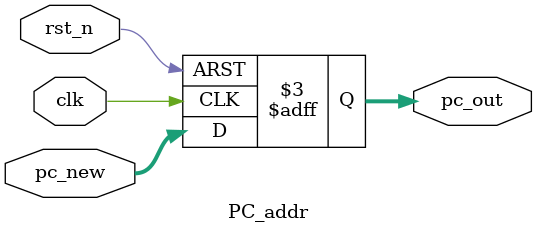
<source format=v>
`timescale 1ns / 1ps

`include"define.v"
module PC_addr(
     input clk,
     input rst_n,
     input [31:0] pc_new,
     output reg [31:0] pc_out 
    );
    always @(posedge clk or negedge rst_n)
    begin
    if(~rst_n)
    pc_out<=32'b0;
    else pc_out<=pc_new;
    end
endmodule

</source>
